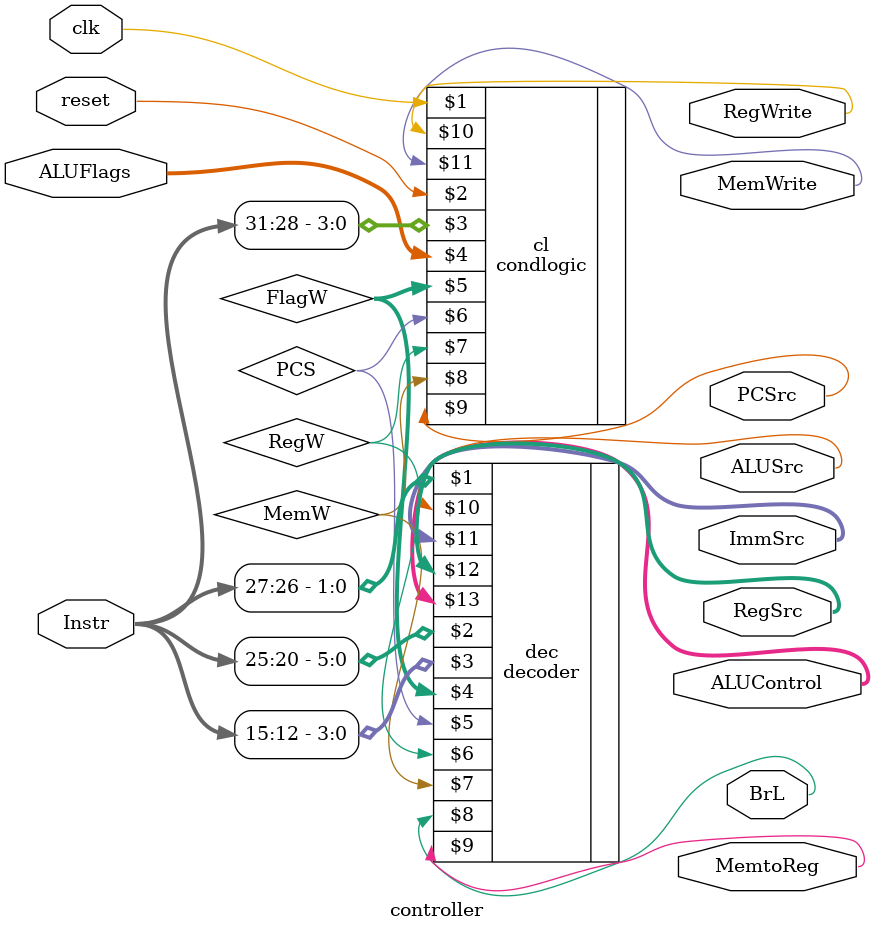
<source format=sv>
/*
 * This module is the Control Unit of ARM single-cycle processor
 */ 
module controller(input logic clk, reset,
						input logic [31:12] Instr,
						input logic [3:0] ALUFlags,
						output logic [1:0] RegSrc,
						output logic RegWrite,
						output logic [1:0] ImmSrc,
						output logic ALUSrc,
						output logic [2:0] ALUControl,
						output logic MemWrite, MemtoReg, BrL,
						output logic PCSrc);
	logic [1:0] FlagW;
	logic PCS, RegW, MemW;

	decoder dec(Instr[27:26], Instr[25:20], Instr[15:12],
					FlagW, PCS, RegW, MemW, BrL,
					MemtoReg, ALUSrc, ImmSrc, RegSrc, ALUControl);

	condlogic cl(clk, reset, Instr[31:28], ALUFlags,
					FlagW, PCS, RegW, MemW,
					PCSrc, RegWrite, MemWrite);

endmodule

</source>
